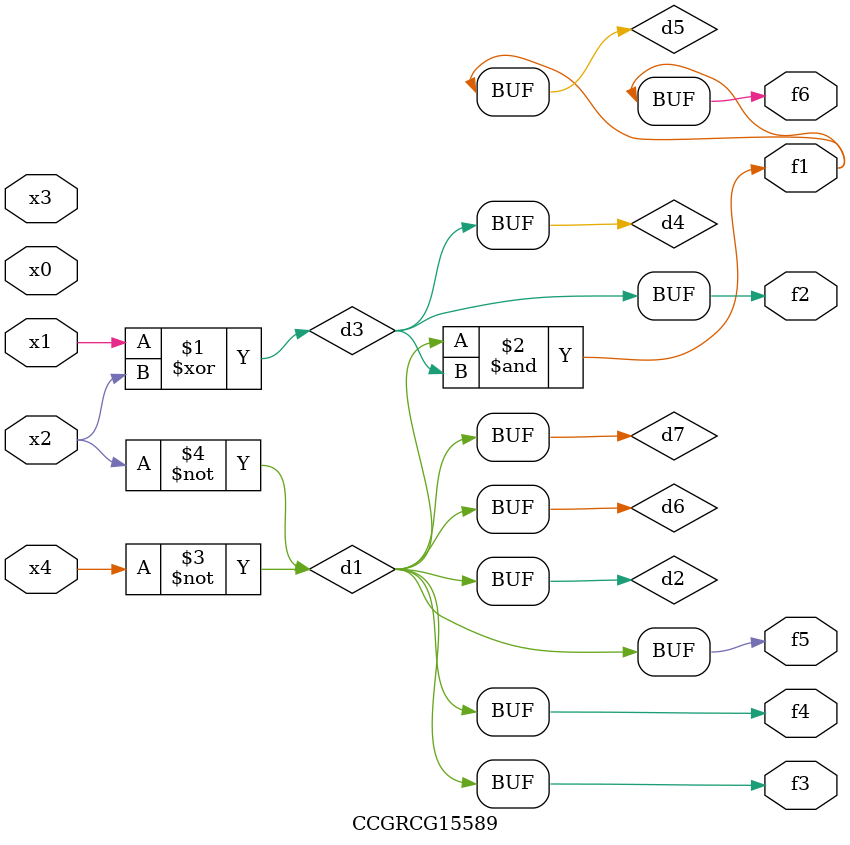
<source format=v>
module CCGRCG15589(
	input x0, x1, x2, x3, x4,
	output f1, f2, f3, f4, f5, f6
);

	wire d1, d2, d3, d4, d5, d6, d7;

	not (d1, x4);
	not (d2, x2);
	xor (d3, x1, x2);
	buf (d4, d3);
	and (d5, d1, d3);
	buf (d6, d1, d2);
	buf (d7, d2);
	assign f1 = d5;
	assign f2 = d4;
	assign f3 = d7;
	assign f4 = d7;
	assign f5 = d7;
	assign f6 = d5;
endmodule

</source>
